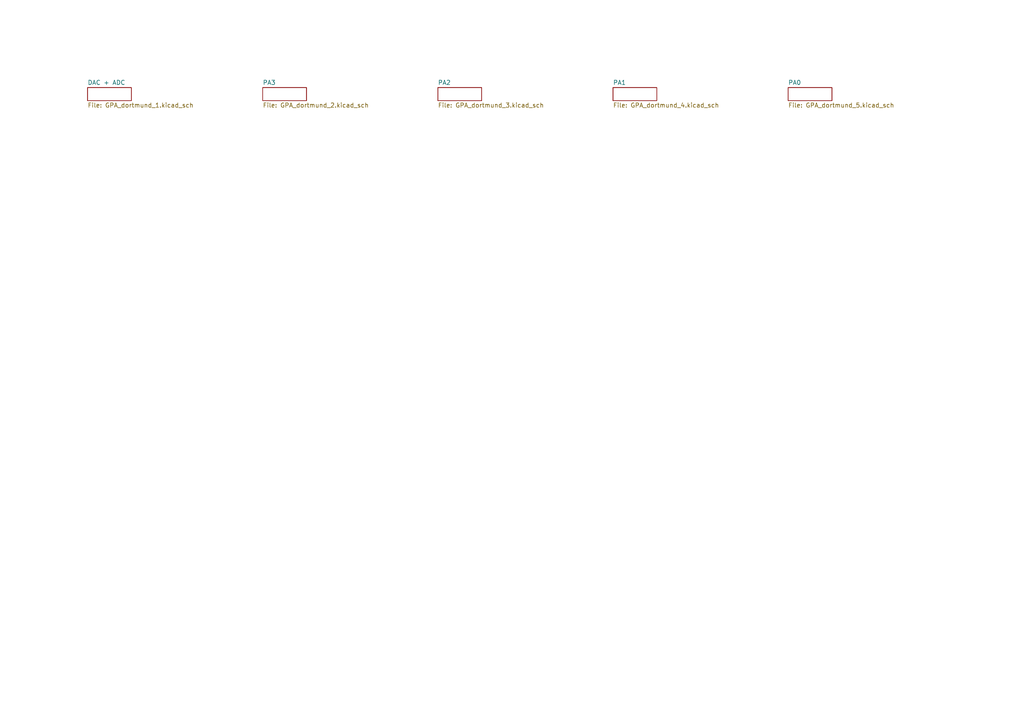
<source format=kicad_sch>
(kicad_sch (version 20211123) (generator eeschema)

  (uuid 27d56953-c620-4d5b-9c1c-e48bc3d9684a)

  (paper "A4")

  (lib_symbols
  )


  (sheet (at 25.4 25.4) (size 12.7 3.81) (fields_autoplaced)
    (stroke (width 0) (type solid) (color 0 0 0 0))
    (fill (color 0 0 0 0.0000))
    (uuid 00000000-0000-0000-0000-000061ab9a1e)
    (property "Sheet name" "DAC + ADC" (id 0) (at 25.4 24.6884 0)
      (effects (font (size 1.27 1.27)) (justify left bottom))
    )
    (property "Sheet file" "GPA_dortmund_1.kicad_sch" (id 1) (at 25.4 29.7946 0)
      (effects (font (size 1.27 1.27)) (justify left top))
    )
  )

  (sheet (at 76.2 25.4) (size 12.7 3.81) (fields_autoplaced)
    (stroke (width 0) (type solid) (color 0 0 0 0))
    (fill (color 0 0 0 0.0000))
    (uuid 00000000-0000-0000-0000-000061ab9cef)
    (property "Sheet name" "PA3" (id 0) (at 76.2 24.6884 0)
      (effects (font (size 1.27 1.27)) (justify left bottom))
    )
    (property "Sheet file" "GPA_dortmund_2.kicad_sch" (id 1) (at 76.2 29.7946 0)
      (effects (font (size 1.27 1.27)) (justify left top))
    )
  )

  (sheet (at 127 25.4) (size 12.7 3.81) (fields_autoplaced)
    (stroke (width 0) (type solid) (color 0 0 0 0))
    (fill (color 0 0 0 0.0000))
    (uuid 00000000-0000-0000-0000-000061ab9ea3)
    (property "Sheet name" "PA2" (id 0) (at 127 24.6884 0)
      (effects (font (size 1.27 1.27)) (justify left bottom))
    )
    (property "Sheet file" "GPA_dortmund_3.kicad_sch" (id 1) (at 127 29.7946 0)
      (effects (font (size 1.27 1.27)) (justify left top))
    )
  )

  (sheet (at 177.8 25.4) (size 12.7 3.81) (fields_autoplaced)
    (stroke (width 0) (type solid) (color 0 0 0 0))
    (fill (color 0 0 0 0.0000))
    (uuid 00000000-0000-0000-0000-000061aba057)
    (property "Sheet name" "PA1" (id 0) (at 177.8 24.6884 0)
      (effects (font (size 1.27 1.27)) (justify left bottom))
    )
    (property "Sheet file" "GPA_dortmund_4.kicad_sch" (id 1) (at 177.8 29.7946 0)
      (effects (font (size 1.27 1.27)) (justify left top))
    )
  )

  (sheet (at 228.6 25.4) (size 12.7 3.81) (fields_autoplaced)
    (stroke (width 0) (type solid) (color 0 0 0 0))
    (fill (color 0 0 0 0.0000))
    (uuid 00000000-0000-0000-0000-000061aba20b)
    (property "Sheet name" "PA0" (id 0) (at 228.6 24.6884 0)
      (effects (font (size 1.27 1.27)) (justify left bottom))
    )
    (property "Sheet file" "GPA_dortmund_5.kicad_sch" (id 1) (at 228.6 29.7946 0)
      (effects (font (size 1.27 1.27)) (justify left top))
    )
  )

  (sheet_instances
    (path "/" (page "1"))
    (path "/00000000-0000-0000-0000-000061ab9a1e" (page "2"))
    (path "/00000000-0000-0000-0000-000061ab9cef" (page "3"))
    (path "/00000000-0000-0000-0000-000061ab9ea3" (page "4"))
    (path "/00000000-0000-0000-0000-000061aba057" (page "5"))
    (path "/00000000-0000-0000-0000-000061aba20b" (page "6"))
  )

  (symbol_instances
    (path "/00000000-0000-0000-0000-000061ab9a1e/00000000-0000-0000-0000-000061de26b7"
      (reference "#FLG0101") (unit 1) (value "PWR_FLAG") (footprint "")
    )
    (path "/00000000-0000-0000-0000-000061ab9a1e/00000000-0000-0000-0000-000061baf46c"
      (reference "#FLG0102") (unit 1) (value "PWR_FLAG") (footprint "")
    )
    (path "/00000000-0000-0000-0000-000061ab9a1e/00000000-0000-0000-0000-000061c2d75b"
      (reference "#FLG0103") (unit 1) (value "PWR_FLAG") (footprint "")
    )
    (path "/00000000-0000-0000-0000-000061ab9a1e/00000000-0000-0000-0000-000061cdc7f3"
      (reference "#FLG0104") (unit 1) (value "PWR_FLAG") (footprint "")
    )
    (path "/00000000-0000-0000-0000-000061ab9a1e/00000000-0000-0000-0000-000061c34a9a"
      (reference "#PWR0101") (unit 1) (value "GND") (footprint "")
    )
    (path "/00000000-0000-0000-0000-000061ab9a1e/00000000-0000-0000-0000-000061c440c8"
      (reference "#PWR0102") (unit 1) (value "GND") (footprint "")
    )
    (path "/00000000-0000-0000-0000-000061ab9a1e/6e2b4596-7fba-4efa-8613-e91b14af5dd1"
      (reference "#PWR0103") (unit 1) (value "+12V") (footprint "")
    )
    (path "/00000000-0000-0000-0000-000061ab9a1e/00000000-0000-0000-0000-000061c8058a"
      (reference "#PWR0104") (unit 1) (value "GND") (footprint "")
    )
    (path "/00000000-0000-0000-0000-000061ab9a1e/00000000-0000-0000-0000-000061cbb9e8"
      (reference "#PWR0105") (unit 1) (value "GND") (footprint "")
    )
    (path "/00000000-0000-0000-0000-000061ab9a1e/00000000-0000-0000-0000-000061cd90c0"
      (reference "#PWR0106") (unit 1) (value "GND") (footprint "")
    )
    (path "/00000000-0000-0000-0000-000061ab9a1e/00000000-0000-0000-0000-000061d31269"
      (reference "#PWR0107") (unit 1) (value "GND") (footprint "")
    )
    (path "/00000000-0000-0000-0000-000061ab9a1e/00000000-0000-0000-0000-000061d3ff9d"
      (reference "#PWR0108") (unit 1) (value "GND") (footprint "")
    )
    (path "/00000000-0000-0000-0000-000061ab9a1e/00000000-0000-0000-0000-000061d4ec12"
      (reference "#PWR0109") (unit 1) (value "GND") (footprint "")
    )
    (path "/00000000-0000-0000-0000-000061ab9a1e/00000000-0000-0000-0000-000061d5d7cb"
      (reference "#PWR0110") (unit 1) (value "GND") (footprint "")
    )
    (path "/00000000-0000-0000-0000-000061ab9a1e/00000000-0000-0000-0000-000061d6c3cd"
      (reference "#PWR0111") (unit 1) (value "GND") (footprint "")
    )
    (path "/00000000-0000-0000-0000-000061ab9a1e/00000000-0000-0000-0000-000061d7b7e4"
      (reference "#PWR0112") (unit 1) (value "GND") (footprint "")
    )
    (path "/00000000-0000-0000-0000-000061ab9a1e/00000000-0000-0000-0000-000061da9706"
      (reference "#PWR0113") (unit 1) (value "GND") (footprint "")
    )
    (path "/00000000-0000-0000-0000-000061ab9a1e/00000000-0000-0000-0000-000061dc7fb7"
      (reference "#PWR0114") (unit 1) (value "GND") (footprint "")
    )
    (path "/00000000-0000-0000-0000-000061ab9a1e/00000000-0000-0000-0000-000061de6859"
      (reference "#PWR0115") (unit 1) (value "GND") (footprint "")
    )
    (path "/00000000-0000-0000-0000-000061ab9a1e/00000000-0000-0000-0000-000061e050f4"
      (reference "#PWR0116") (unit 1) (value "GND") (footprint "")
    )
    (path "/00000000-0000-0000-0000-000061ab9a1e/f80bacad-875f-4089-a42d-337a48a28a5c"
      (reference "#PWR0117") (unit 1) (value "GND") (footprint "")
    )
    (path "/00000000-0000-0000-0000-000061ab9a1e/00000000-0000-0000-0000-000061e422dd"
      (reference "#PWR0118") (unit 1) (value "GND") (footprint "")
    )
    (path "/00000000-0000-0000-0000-000061ab9a1e/00000000-0000-0000-0000-000061e6100f"
      (reference "#PWR0119") (unit 1) (value "GND") (footprint "")
    )
    (path "/00000000-0000-0000-0000-000061ab9a1e/00000000-0000-0000-0000-000061e8fb20"
      (reference "#PWR0120") (unit 1) (value "+12V") (footprint "")
    )
    (path "/00000000-0000-0000-0000-000061ab9a1e/00000000-0000-0000-0000-000061ebefc0"
      (reference "#PWR0121") (unit 1) (value "+12V") (footprint "")
    )
    (path "/00000000-0000-0000-0000-000061ab9a1e/daed5d14-848b-4ddd-9cfa-ed45bf6646ff"
      (reference "#PWR0122") (unit 1) (value "GND") (footprint "")
    )
    (path "/00000000-0000-0000-0000-000061ab9cef/00000000-0000-0000-0000-000061bc4ec3"
      (reference "#PWR0123") (unit 1) (value "GND") (footprint "")
    )
    (path "/00000000-0000-0000-0000-000061ab9cef/00000000-0000-0000-0000-000061bce2b2"
      (reference "#PWR0124") (unit 1) (value "GND") (footprint "")
    )
    (path "/00000000-0000-0000-0000-000061ab9cef/00000000-0000-0000-0000-000061bd761a"
      (reference "#PWR0125") (unit 1) (value "GND") (footprint "")
    )
    (path "/00000000-0000-0000-0000-000061ab9cef/00000000-0000-0000-0000-000061be098e"
      (reference "#PWR0126") (unit 1) (value "GND") (footprint "")
    )
    (path "/00000000-0000-0000-0000-000061ab9cef/00000000-0000-0000-0000-000061be9c7d"
      (reference "#PWR0127") (unit 1) (value "GND") (footprint "")
    )
    (path "/00000000-0000-0000-0000-000061aba20b/00000000-0000-0000-0000-000061d3a0fd"
      (reference "#PWR0128") (unit 1) (value "GND") (footprint "")
    )
    (path "/00000000-0000-0000-0000-000061aba20b/00000000-0000-0000-0000-000061d3aa69"
      (reference "#PWR0129") (unit 1) (value "GND") (footprint "")
    )
    (path "/00000000-0000-0000-0000-000061aba20b/00000000-0000-0000-0000-000061d44618"
      (reference "#PWR0130") (unit 1) (value "GND") (footprint "")
    )
    (path "/00000000-0000-0000-0000-000061aba20b/00000000-0000-0000-0000-000061d4defa"
      (reference "#PWR0131") (unit 1) (value "GND") (footprint "")
    )
    (path "/00000000-0000-0000-0000-000061aba20b/00000000-0000-0000-0000-000061d578af"
      (reference "#PWR0132") (unit 1) (value "GND") (footprint "")
    )
    (path "/00000000-0000-0000-0000-000061aba20b/00000000-0000-0000-0000-000061d6acec"
      (reference "#PWR0133") (unit 1) (value "+12V") (footprint "")
    )
    (path "/00000000-0000-0000-0000-000061aba057/00000000-0000-0000-0000-000061d7a99b"
      (reference "#PWR0134") (unit 1) (value "GND") (footprint "")
    )
    (path "/00000000-0000-0000-0000-000061aba057/00000000-0000-0000-0000-000061d7f71b"
      (reference "#PWR0135") (unit 1) (value "GND") (footprint "")
    )
    (path "/00000000-0000-0000-0000-000061aba057/00000000-0000-0000-0000-000061d890eb"
      (reference "#PWR0136") (unit 1) (value "GND") (footprint "")
    )
    (path "/00000000-0000-0000-0000-000061aba057/00000000-0000-0000-0000-000061d97556"
      (reference "#PWR0137") (unit 1) (value "GND") (footprint "")
    )
    (path "/00000000-0000-0000-0000-000061aba057/00000000-0000-0000-0000-000061d9c3be"
      (reference "#PWR0138") (unit 1) (value "GND") (footprint "")
    )
    (path "/00000000-0000-0000-0000-000061ab9ea3/00000000-0000-0000-0000-000061dac81d"
      (reference "#PWR0139") (unit 1) (value "GND") (footprint "")
    )
    (path "/00000000-0000-0000-0000-000061ab9ea3/00000000-0000-0000-0000-000061db1654"
      (reference "#PWR0140") (unit 1) (value "GND") (footprint "")
    )
    (path "/00000000-0000-0000-0000-000061ab9ea3/00000000-0000-0000-0000-000061dbb00e"
      (reference "#PWR0141") (unit 1) (value "GND") (footprint "")
    )
    (path "/00000000-0000-0000-0000-000061ab9ea3/00000000-0000-0000-0000-000061dbfd31"
      (reference "#PWR0142") (unit 1) (value "GND") (footprint "")
    )
    (path "/00000000-0000-0000-0000-000061ab9ea3/00000000-0000-0000-0000-000061dc4b54"
      (reference "#PWR0143") (unit 1) (value "GND") (footprint "")
    )
    (path "/00000000-0000-0000-0000-000061ab9ea3/00000000-0000-0000-0000-000061dc9e6e"
      (reference "#PWR0144") (unit 1) (value "+12V") (footprint "")
    )
    (path "/00000000-0000-0000-0000-000061ab9a1e/00000000-0000-0000-0000-000061de10f7"
      (reference "#PWR0145") (unit 1) (value "GND2") (footprint "")
    )
    (path "/00000000-0000-0000-0000-000061ab9cef/00000000-0000-0000-0000-000061c7d84c"
      (reference "#PWR0146") (unit 1) (value "+12V") (footprint "")
    )
    (path "/00000000-0000-0000-0000-000061aba057/00000000-0000-0000-0000-000061c851e4"
      (reference "#PWR0147") (unit 1) (value "+12V") (footprint "")
    )
    (path "/00000000-0000-0000-0000-000061ab9a1e/d7068e86-6312-4342-aa63-c1b7ad68015f"
      (reference "#PWR0148") (unit 1) (value "GND") (footprint "")
    )
    (path "/00000000-0000-0000-0000-000061ab9a1e/3fdafad0-ea80-4ead-b61d-e77e480a5561"
      (reference "#PWR0149") (unit 1) (value "+12V") (footprint "")
    )
    (path "/00000000-0000-0000-0000-000061ab9a1e/c3701334-af7a-4b80-a2c8-056c9ed7668a"
      (reference "#PWR0150") (unit 1) (value "GND") (footprint "")
    )
    (path "/00000000-0000-0000-0000-000061ab9a1e/00000000-0000-0000-0000-00006868c27d"
      (reference "C1") (unit 1) (value "1nF") (footprint "GPA_dortmund:C0805")
    )
    (path "/00000000-0000-0000-0000-000061ab9a1e/00000000-0000-0000-0000-00000cec70cd"
      (reference "C2") (unit 1) (value "1nF") (footprint "GPA_dortmund:C0805")
    )
    (path "/00000000-0000-0000-0000-000061ab9a1e/00000000-0000-0000-0000-00004c56f9d5"
      (reference "C3") (unit 1) (value "1nF") (footprint "GPA_dortmund:C0805")
    )
    (path "/00000000-0000-0000-0000-000061ab9a1e/00000000-0000-0000-0000-0000674c1b16"
      (reference "C4") (unit 1) (value "1uF") (footprint "GPA_dortmund:C0805")
    )
    (path "/00000000-0000-0000-0000-000061ab9a1e/00000000-0000-0000-0000-0000a35c59bc"
      (reference "C5") (unit 1) (value "10uF") (footprint "GPA_dortmund:153CLV-1010")
    )
    (path "/00000000-0000-0000-0000-000061ab9a1e/00000000-0000-0000-0000-00000cfd014e"
      (reference "C6") (unit 1) (value "10uF") (footprint "GPA_dortmund:153CLV-1010")
    )
    (path "/00000000-0000-0000-0000-000061ab9a1e/00000000-0000-0000-0000-000049f108fa"
      (reference "C7") (unit 1) (value "10uF") (footprint "GPA_dortmund:153CLV-1010")
    )
    (path "/00000000-0000-0000-0000-000061ab9a1e/00000000-0000-0000-0000-0000c35d9c21"
      (reference "C8") (unit 1) (value "1uF") (footprint "GPA_dortmund:C0805")
    )
    (path "/00000000-0000-0000-0000-000061ab9a1e/00000000-0000-0000-0000-00009153fa9e"
      (reference "C9") (unit 1) (value "1uF") (footprint "GPA_dortmund:C0805")
    )
    (path "/00000000-0000-0000-0000-000061ab9a1e/00000000-0000-0000-0000-0000e6471815"
      (reference "C10") (unit 1) (value "C-EUC0805") (footprint "GPA_dortmund:C0805")
    )
    (path "/00000000-0000-0000-0000-000061ab9a1e/865a9162-726f-4a41-97ff-300c179f138e"
      (reference "C11") (unit 1) (value "C-EUC0805") (footprint "GPA_dortmund:C0805")
    )
    (path "/00000000-0000-0000-0000-000061ab9a1e/3b60d994-8a0c-45e4-ac60-1eb49ae51887"
      (reference "C12") (unit 1) (value "C-EUC0805") (footprint "GPA_dortmund:C0805")
    )
    (path "/00000000-0000-0000-0000-000061ab9a1e/00000000-0000-0000-0000-0000ce46cd9a"
      (reference "C17") (unit 1) (value "C-EUC0805") (footprint "GPA_dortmund:C0805")
    )
    (path "/00000000-0000-0000-0000-000061ab9a1e/00000000-0000-0000-0000-000015f8a7ba"
      (reference "C18") (unit 1) (value "C-EUC0805") (footprint "GPA_dortmund:C0805")
    )
    (path "/00000000-0000-0000-0000-000061ab9a1e/00000000-0000-0000-0000-000093fc45df"
      (reference "C19") (unit 1) (value "100nF") (footprint "GPA_dortmund:C0805")
    )
    (path "/00000000-0000-0000-0000-000061ab9a1e/00000000-0000-0000-0000-0000f44913ed"
      (reference "C20") (unit 1) (value "4,7uF/50V") (footprint "GPA_dortmund:CAPT6032N-L")
    )
    (path "/00000000-0000-0000-0000-000061ab9a1e/00000000-0000-0000-0000-0000a03cf4b5"
      (reference "C21") (unit 1) (value "1uF") (footprint "GPA_dortmund:C0805")
    )
    (path "/00000000-0000-0000-0000-000061ab9a1e/00000000-0000-0000-0000-000085440648"
      (reference "C22") (unit 1) (value "4,7uF/50V") (footprint "GPA_dortmund:CAPT6032N-L")
    )
    (path "/00000000-0000-0000-0000-000061ab9a1e/00000000-0000-0000-0000-0000b6b21953"
      (reference "C23") (unit 1) (value "22uF/10V") (footprint "GPA_dortmund:CAPT6032N-L")
    )
    (path "/00000000-0000-0000-0000-000061ab9a1e/00000000-0000-0000-0000-00005a0a058d"
      (reference "C24") (unit 1) (value "C-EUC0805") (footprint "GPA_dortmund:C0805")
    )
    (path "/00000000-0000-0000-0000-000061ab9a1e/00000000-0000-0000-0000-00007205dfeb"
      (reference "C25") (unit 1) (value "10uF") (footprint "GPA_dortmund:C0805")
    )
    (path "/00000000-0000-0000-0000-000061ab9a1e/00000000-0000-0000-0000-000023f321d9"
      (reference "C26") (unit 1) (value "1uF") (footprint "GPA_dortmund:C0805")
    )
    (path "/00000000-0000-0000-0000-000061ab9a1e/00000000-0000-0000-0000-0000e408d1c4"
      (reference "C27") (unit 1) (value "1uF") (footprint "GPA_dortmund:C0805")
    )
    (path "/00000000-0000-0000-0000-000061ab9a1e/00000000-0000-0000-0000-0000ab97cb13"
      (reference "C28") (unit 1) (value "100nF") (footprint "GPA_dortmund:C0805")
    )
    (path "/00000000-0000-0000-0000-000061ab9a1e/00000000-0000-0000-0000-0000356c4714"
      (reference "C30") (unit 1) (value "22uF") (footprint "GPA_dortmund:CAPT6032N-L")
    )
    (path "/00000000-0000-0000-0000-000061ab9a1e/00000000-0000-0000-0000-000007ace071"
      (reference "C31") (unit 1) (value "100nF") (footprint "GPA_dortmund:C0805")
    )
    (path "/00000000-0000-0000-0000-000061ab9a1e/00000000-0000-0000-0000-0000f6ba9c03"
      (reference "C32") (unit 1) (value "100nF") (footprint "GPA_dortmund:C0805")
    )
    (path "/00000000-0000-0000-0000-000061ab9ea3/00000000-0000-0000-0000-0000aab53924"
      (reference "C33") (unit 1) (value "1nF") (footprint "GPA_dortmund:C0805")
    )
    (path "/00000000-0000-0000-0000-000061ab9ea3/00000000-0000-0000-0000-00003f77b3b9"
      (reference "C34") (unit 1) (value "1nF") (footprint "GPA_dortmund:C0805")
    )
    (path "/00000000-0000-0000-0000-000061ab9ea3/00000000-0000-0000-0000-0000504c3dcf"
      (reference "C35") (unit 1) (value "1nF") (footprint "GPA_dortmund:C0805")
    )
    (path "/00000000-0000-0000-0000-000061ab9ea3/00000000-0000-0000-0000-00009830d053"
      (reference "C36") (unit 1) (value "1uF") (footprint "GPA_dortmund:C0805")
    )
    (path "/00000000-0000-0000-0000-000061ab9ea3/00000000-0000-0000-0000-0000cf07b5f6"
      (reference "C37") (unit 1) (value "10uF") (footprint "Capacitor_SMD:C_1210_3225Metric_Pad1.33x2.70mm_HandSolder")
    )
    (path "/00000000-0000-0000-0000-000061ab9ea3/00000000-0000-0000-0000-00005c8ef826"
      (reference "C38") (unit 1) (value "10uF") (footprint "Capacitor_SMD:C_1210_3225Metric_Pad1.33x2.70mm_HandSolder")
    )
    (path "/00000000-0000-0000-0000-000061ab9ea3/00000000-0000-0000-0000-0000054f4ee1"
      (reference "C39") (unit 1) (value "1uF") (footprint "GPA_dortmund:C0805")
    )
    (path "/00000000-0000-0000-0000-000061ab9ea3/00000000-0000-0000-0000-0000ee63e1ac"
      (reference "C40") (unit 1) (value "10uF") (footprint "Capacitor_SMD:C_1210_3225Metric_Pad1.33x2.70mm_HandSolder")
    )
    (path "/00000000-0000-0000-0000-000061ab9ea3/00000000-0000-0000-0000-0000f03766ed"
      (reference "C41") (unit 1) (value "10uF") (footprint "Capacitor_SMD:C_1210_3225Metric_Pad1.33x2.70mm_HandSolder")
    )
    (path "/00000000-0000-0000-0000-000061ab9ea3/00000000-0000-0000-0000-0000cb16010a"
      (reference "C42") (unit 1) (value "C-EUC0805") (footprint "GPA_dortmund:C0805")
    )
    (path "/00000000-0000-0000-0000-000061ab9cef/00000000-0000-0000-0000-000083028977"
      (reference "C43") (unit 1) (value "1nF") (footprint "GPA_dortmund:C0805")
    )
    (path "/00000000-0000-0000-0000-000061ab9cef/00000000-0000-0000-0000-000022e3a59c"
      (reference "C44") (unit 1) (value "1nF") (footprint "GPA_dortmund:C0805")
    )
    (path "/00000000-0000-0000-0000-000061ab9cef/00000000-0000-0000-0000-000053f833b2"
      (reference "C45") (unit 1) (value "1nF") (footprint "GPA_dortmund:C0805")
    )
    (path "/00000000-0000-0000-0000-000061ab9cef/00000000-0000-0000-0000-00006bd74788"
      (reference "C46") (unit 1) (value "1uF") (footprint "GPA_dortmund:C0805")
    )
    (path "/00000000-0000-0000-0000-000061ab9cef/00000000-0000-0000-0000-0000d660c55a"
      (reference "C47") (unit 1) (value "10uF") (footprint "Capacitor_SMD:C_1210_3225Metric_Pad1.33x2.70mm_HandSolder")
    )
    (path "/00000000-0000-0000-0000-000061ab9cef/00000000-0000-0000-0000-00006574af54"
      (reference "C48") (unit 1) (value "10uF") (footprint "Capacitor_SMD:C_1210_3225Metric_Pad1.33x2.70mm_HandSolder")
    )
    (path "/00000000-0000-0000-0000-000061ab9cef/00000000-0000-0000-0000-0000f793aec4"
      (reference "C49") (unit 1) (value "1uF") (footprint "GPA_dortmund:C0805")
    )
    (path "/00000000-0000-0000-0000-000061ab9cef/00000000-0000-0000-0000-00009659a8ec"
      (reference "C50") (unit 1) (value "10uF") (footprint "Capacitor_SMD:C_1210_3225Metric_Pad1.33x2.70mm_HandSolder")
    )
    (path "/00000000-0000-0000-0000-000061ab9cef/00000000-0000-0000-0000-0000986d593f"
      (reference "C51") (unit 1) (value "10uF") (footprint "Capacitor_SMD:C_1210_3225Metric_Pad1.33x2.70mm_HandSolder")
    )
    (path "/00000000-0000-0000-0000-000061ab9cef/00000000-0000-0000-0000-0000cf7df721"
      (reference "C52") (unit 1) (value "C-EUC0805") (footprint "GPA_dortmund:C0805")
    )
    (path "/00000000-0000-0000-0000-000061aba057/00000000-0000-0000-0000-00004e6e6d0c"
      (reference "C63") (unit 1) (value "1nF") (footprint "GPA_dortmund:C0805")
    )
    (path "/00000000-0000-0000-0000-000061aba057/00000000-0000-0000-0000-000014e936d1"
      (reference "C64") (unit 1) (value "1nF") (footprint "GPA_dortmund:C0805")
    )
    (path "/00000000-0000-0000-0000-000061aba057/00000000-0000-0000-0000-000045fea43b"
      (reference "C65") (unit 1) (value "1nF") (footprint "GPA_dortmund:C0805")
    )
    (path "/00000000-0000-0000-0000-000061aba057/00000000-0000-0000-0000-00009a5cf1f0"
      (reference "C66") (unit 1) (value "1uF") (footprint "GPA_dortmund:C0805")
    )
    (path "/00000000-0000-0000-0000-000061aba057/00000000-0000-0000-0000-0000cd6aee21"
      (reference "C67") (unit 1) (value "10uF") (footprint "Capacitor_SMD:C_1210_3225Metric_Pad1.33x2.70mm_HandSolder")
    )
    (path "/00000000-0000-0000-0000-000061aba057/00000000-0000-0000-0000-0000071326b9"
      (reference "C68") (unit 1) (value "10uF") (footprint "Capacitor_SMD:C_1210_3225Metric_Pad1.33x2.70mm_HandSolder")
    )
    (path "/00000000-0000-0000-0000-000061aba057/00000000-0000-0000-0000-0000d15bb6c1"
      (reference "C69") (unit 1) (value "1uF") (footprint "GPA_dortmund:C0805")
    )
    (path "/00000000-0000-0000-0000-000061aba057/00000000-0000-0000-0000-0000b1f40be7"
      (reference "C70") (unit 1) (value "10uF") (footprint "Capacitor_SMD:C_1210_3225Metric_Pad1.33x2.70mm_HandSolder")
    )
    (path "/00000000-0000-0000-0000-000061aba057/00000000-0000-0000-0000-0000e0e23889"
      (reference "C71") (unit 1) (value "10uF") (footprint "Capacitor_SMD:C_1210_3225Metric_Pad1.33x2.70mm_HandSolder")
    )
    (path "/00000000-0000-0000-0000-000061aba057/00000000-0000-0000-0000-00003bdceb75"
      (reference "C72") (unit 1) (value "C-EUC0805") (footprint "GPA_dortmund:C0805")
    )
    (path "/00000000-0000-0000-0000-000061aba20b/00000000-0000-0000-0000-0000628cc616"
      (reference "C83") (unit 1) (value "1nF") (footprint "GPA_dortmund:C0805")
    )
    (path "/00000000-0000-0000-0000-000061aba20b/00000000-0000-0000-0000-000086b4ea67"
      (reference "C84") (unit 1) (value "1nF") (footprint "GPA_dortmund:C0805")
    )
    (path "/00000000-0000-0000-0000-000061aba20b/00000000-0000-0000-0000-0000a2c0e8f9"
      (reference "C85") (unit 1) (value "1nF") (footprint "GPA_dortmund:C0805")
    )
    (path "/00000000-0000-0000-0000-000061aba20b/00000000-0000-0000-0000-00006a4953ee"
      (reference "C86") (unit 1) (value "1uF") (footprint "GPA_dortmund:C0805")
    )
    (path "/00000000-0000-0000-0000-000061aba20b/00000000-0000-0000-0000-000030049de3"
      (reference "C87") (unit 1) (value "10uF") (footprint "Capacitor_SMD:C_1210_3225Metric_Pad1.33x2.70mm_HandSolder")
    )
    (path "/00000000-0000-0000-0000-000061aba20b/00000000-0000-0000-0000-00008b9c5828"
      (reference "C88") (unit 1) (value "10uF") (footprint "Capacitor_SMD:C_1210_3225Metric_Pad1.33x2.70mm_HandSolder")
    )
    (path "/00000000-0000-0000-0000-000061aba20b/00000000-0000-0000-0000-000095bd9754"
      (reference "C89") (unit 1) (value "1uF") (footprint "GPA_dortmund:C0805")
    )
    (path "/00000000-0000-0000-0000-000061aba20b/00000000-0000-0000-0000-00006358782e"
      (reference "C90") (unit 1) (value "10uF") (footprint "Capacitor_SMD:C_1210_3225Metric_Pad1.33x2.70mm_HandSolder")
    )
    (path "/00000000-0000-0000-0000-000061aba20b/00000000-0000-0000-0000-0000d5a18e50"
      (reference "C91") (unit 1) (value "10uF") (footprint "Capacitor_SMD:C_1210_3225Metric_Pad1.33x2.70mm_HandSolder")
    )
    (path "/00000000-0000-0000-0000-000061aba20b/00000000-0000-0000-0000-00002e83de4f"
      (reference "C92") (unit 1) (value "C-EUC0805") (footprint "GPA_dortmund:C0805")
    )
    (path "/00000000-0000-0000-0000-000061ab9a1e/f3120528-fc2d-4187-88d0-3446f8aede76"
      (reference "FB1") (unit 1) (value "FerriteBead") (footprint "Inductor_SMD:L_0805_2012Metric_Pad1.15x1.40mm_HandSolder")
    )
    (path "/00000000-0000-0000-0000-000061ab9a1e/b1853ee1-af2e-49ab-93e4-e29b2d9f793d"
      (reference "FB2") (unit 1) (value "FerriteBead") (footprint "Inductor_SMD:L_0805_2012Metric_Pad1.15x1.40mm_HandSolder")
    )
    (path "/00000000-0000-0000-0000-000061ab9a1e/3326710d-69e9-4099-a97d-86d21f9b321f"
      (reference "J1") (unit 1) (value "pwr led") (footprint "Connector_PinHeader_2.54mm:PinHeader_1x02_P2.54mm_Vertical")
    )
    (path "/00000000-0000-0000-0000-000061ab9a1e/daa01ba7-0252-4b4d-82ff-d5eaf982b932"
      (reference "J2") (unit 1) (value "fan") (footprint "Connector_PinHeader_2.54mm:PinHeader_1x02_P2.54mm_Vertical")
    )
    (path "/00000000-0000-0000-0000-000061ab9cef/54c69e96-cd8e-4f77-9931-65cd10b5542a"
      (reference "JP1") (unit 1) (value "SolderJumper_2_Open") (footprint "Jumper:SolderJumper-2_P1.3mm_Open_RoundedPad1.0x1.5mm")
    )
    (path "/00000000-0000-0000-0000-000061ab9ea3/eec1faa5-ed2b-41bc-ac34-f37c6dc656cb"
      (reference "JP2") (unit 1) (value "SolderJumper_2_Open") (footprint "Jumper:SolderJumper-2_P1.3mm_Open_RoundedPad1.0x1.5mm")
    )
    (path "/00000000-0000-0000-0000-000061aba057/2953456e-28b9-4bdd-aed6-43d7e5afea9d"
      (reference "JP3") (unit 1) (value "SolderJumper_2_Open") (footprint "Jumper:SolderJumper-2_P1.3mm_Open_RoundedPad1.0x1.5mm")
    )
    (path "/00000000-0000-0000-0000-000061aba20b/4ddb00f8-ecc4-4737-b280-80154d5ee2e0"
      (reference "JP4") (unit 1) (value "SolderJumper_2_Open") (footprint "Jumper:SolderJumper-2_P1.3mm_Open_RoundedPad1.0x1.5mm")
    )
    (path "/00000000-0000-0000-0000-000061ab9a1e/00000000-0000-0000-0000-00007dc8c285"
      (reference "LED1") (unit 1) (value "LEDSMT1206") (footprint "GPA_dortmund:1206")
    )
    (path "/00000000-0000-0000-0000-000061ab9a1e/00000000-0000-0000-0000-0000cc2303f6"
      (reference "R1") (unit 1) (value "20") (footprint "GPA_dortmund:M0805")
    )
    (path "/00000000-0000-0000-0000-000061ab9a1e/00000000-0000-0000-0000-00000f3c4881"
      (reference "R2") (unit 1) (value "10K") (footprint "GPA_dortmund:R0805")
    )
    (path "/00000000-0000-0000-0000-000061ab9a1e/00000000-0000-0000-0000-00002a684572"
      (reference "R3") (unit 1) (value "10K") (footprint "GPA_dortmund:R0805")
    )
    (path "/00000000-0000-0000-0000-000061ab9a1e/00000000-0000-0000-0000-00006cc32940"
      (reference "R15") (unit 1) (value "10K") (footprint "GPA_dortmund:R0805")
    )
    (path "/00000000-0000-0000-0000-000061ab9a1e/00000000-0000-0000-0000-000017b3d618"
      (reference "R16") (unit 1) (value "10K") (footprint "GPA_dortmund:R0805")
    )
    (path "/00000000-0000-0000-0000-000061ab9a1e/00000000-0000-0000-0000-00003fdbbfd1"
      (reference "R17") (unit 1) (value "20") (footprint "GPA_dortmund:M0805")
    )
    (path "/00000000-0000-0000-0000-000061ab9a1e/00000000-0000-0000-0000-0000368e8eaa"
      (reference "R18") (unit 1) (value "300") (footprint "GPA_dortmund:R0805")
    )
    (path "/00000000-0000-0000-0000-000061ab9a1e/00000000-0000-0000-0000-0000f99e3274"
      (reference "R20") (unit 1) (value "20") (footprint "GPA_dortmund:M0805")
    )
    (path "/00000000-0000-0000-0000-000061ab9a1e/00000000-0000-0000-0000-00009e3b34ad"
      (reference "R21") (unit 1) (value "20") (footprint "GPA_dortmund:M0805")
    )
    (path "/00000000-0000-0000-0000-000061ab9ea3/00000000-0000-0000-0000-00002694f2df"
      (reference "R22") (unit 1) (value "10K") (footprint "GPA_dortmund:R0805")
    )
    (path "/00000000-0000-0000-0000-000061ab9ea3/00000000-0000-0000-0000-00002da844de"
      (reference "R23") (unit 1) (value "1K") (footprint "GPA_dortmund:R0805")
    )
    (path "/00000000-0000-0000-0000-000061ab9ea3/00000000-0000-0000-0000-0000f0c09788"
      (reference "R24") (unit 1) (value "10K") (footprint "GPA_dortmund:R0805")
    )
    (path "/00000000-0000-0000-0000-000061ab9ea3/00000000-0000-0000-0000-0000bebc8c1a"
      (reference "R25") (unit 1) (value "1K") (footprint "GPA_dortmund:R0805")
    )
    (path "/00000000-0000-0000-0000-000061ab9ea3/00000000-0000-0000-0000-0000d975fb52"
      (reference "R26") (unit 1) (value "10K") (footprint "GPA_dortmund:R0805")
    )
    (path "/00000000-0000-0000-0000-000061ab9ea3/00000000-0000-0000-0000-0000d54f13e9"
      (reference "R27") (unit 1) (value "10K") (footprint "GPA_dortmund:M0805")
    )
    (path "/00000000-0000-0000-0000-000061ab9ea3/00000000-0000-0000-0000-000029f9bcc2"
      (reference "R28") (unit 1) (value "10K") (footprint "GPA_dortmund:R0805")
    )
    (path "/00000000-0000-0000-0000-000061ab9ea3/00000000-0000-0000-0000-0000437cf36c"
      (reference "R29") (unit 1) (value "10K") (footprint "GPA_dortmund:R0805")
    )
    (path "/00000000-0000-0000-0000-000061ab9ea3/00000000-0000-0000-0000-00002e51f248"
      (reference "R30") (unit 1) (value "10K") (footprint "GPA_dortmund:R0805")
    )
    (path "/00000000-0000-0000-0000-000061ab9ea3/00000000-0000-0000-0000-00007d6674f8"
      (reference "R31") (unit 1) (value "2K") (footprint "GPA_dortmund:R0805")
    )
    (path "/00000000-0000-0000-0000-000061ab9ea3/00000000-0000-0000-0000-000042b1d1c1"
      (reference "R32") (unit 1) (value "2K") (footprint "GPA_dortmund:R0805")
    )
    (path "/00000000-0000-0000-0000-000061ab9ea3/00000000-0000-0000-0000-0000ba402b21"
      (reference "R33") (unit 1) (value "2K") (footprint "GPA_dortmund:R0805")
    )
    (path "/00000000-0000-0000-0000-000061ab9ea3/00000000-0000-0000-0000-0000501d9429"
      (reference "R34") (unit 1) (value "2K") (footprint "GPA_dortmund:R0805")
    )
    (path "/00000000-0000-0000-0000-000061ab9ea3/00000000-0000-0000-0000-000006aef954"
      (reference "R35") (unit 1) (value "200m 25W DPAK") (footprint "GPA_dortmund:PWR163_DPAK")
    )
    (path "/00000000-0000-0000-0000-000061ab9cef/00000000-0000-0000-0000-0000d3737123"
      (reference "R36") (unit 1) (value "10K") (footprint "GPA_dortmund:R0805")
    )
    (path "/00000000-0000-0000-0000-000061ab9cef/00000000-0000-0000-0000-000033b1a60f"
      (reference "R37") (unit 1) (value "1K") (footprint "GPA_dortmund:R0805")
    )
    (path "/00000000-0000-0000-0000-000061ab9cef/00000000-0000-0000-0000-0000bb17c113"
      (reference "R38") (unit 1) (value "10K") (footprint "GPA_dortmund:R0805")
    )
    (path "/00000000-0000-0000-0000-000061ab9cef/00000000-0000-0000-0000-000041bf8ed4"
      (reference "R39") (unit 1) (value "1K") (footprint "GPA_dortmund:R0805")
    )
    (path "/00000000-0000-0000-0000-000061ab9cef/00000000-0000-0000-0000-0000f99ea41e"
      (reference "R40") (unit 1) (value "10K") (footprint "GPA_dortmund:R0805")
    )
    (path "/00000000-0000-0000-0000-000061ab9cef/00000000-0000-0000-0000-0000237caf77"
      (reference "R41") (unit 1) (value "10K") (footprint "GPA_dortmund:M0805")
    )
    (path "/00000000-0000-0000-0000-000061ab9cef/00000000-0000-0000-0000-0000540b5dc0"
      (reference "R42") (unit 1) (value "10K") (footprint "GPA_dortmund:R0805")
    )
    (path "/00000000-0000-0000-0000-000061ab9cef/00000000-0000-0000-0000-0000da0b1885"
      (reference "R43") (unit 1) (value "10K") (footprint "GPA_dortmund:R0805")
    )
    (path "/00000000-0000-0000-0000-000061ab9cef/00000000-0000-0000-0000-0000f2120479"
      (reference "R44") (unit 1) (value "10K") (footprint "GPA_dortmund:R0805")
    )
    (path "/00000000-0000-0000-0000-000061ab9cef/00000000-0000-0000-0000-00002587debe"
      (reference "R45") (unit 1) (value "2K") (footprint "GPA_dortmund:R0805")
    )
    (path "/00000000-0000-0000-0000-000061ab9cef/00000000-0000-0000-0000-0000c2181e83"
      (reference "R46") (unit 1) (value "2K") (footprint "GPA_dortmund:R0805")
    )
    (path "/00000000-0000-0000-0000-000061ab9cef/00000000-0000-0000-0000-00000d75716d"
      (reference "R47") (unit 1) (value "2K") (footprint "GPA_dortmund:R0805")
    )
    (path "/00000000-0000-0000-0000-000061ab9cef/00000000-0000-0000-0000-00000540dcd4"
      (reference "R48") (unit 1) (value "2K") (footprint "GPA_dortmund:R0805")
    )
    (path "/00000000-0000-0000-0000-000061ab9cef/00000000-0000-0000-0000-000016363f15"
      (reference "R49") (unit 1) (value "200m 25W DPAK") (footprint "GPA_dortmund:PWR163_DPAK")
    )
    (path "/00000000-0000-0000-0000-000061aba057/00000000-0000-0000-0000-0000b5625cef"
      (reference "R64") (unit 1) (value "10K") (footprint "GPA_dortmund:R0805")
    )
    (path "/00000000-0000-0000-0000-000061aba057/00000000-0000-0000-0000-0000bc7610d8"
      (reference "R65") (unit 1) (value "1K") (footprint "GPA_dortmund:R0805")
    )
    (path "/00000000-0000-0000-0000-000061aba057/00000000-0000-0000-0000-0000805fc86e"
      (reference "R66") (unit 1) (value "10K") (footprint "GPA_dortmund:R0805")
    )
    (path "/00000000-0000-0000-0000-000061aba057/00000000-0000-0000-0000-000094a58c2a"
      (reference "R67") (unit 1) (value "1K") (footprint "GPA_dortmund:R0805")
    )
    (path "/00000000-0000-0000-0000-000061aba057/00000000-0000-0000-0000-00003d9e63a5"
      (reference "R68") (unit 1) (value "10K") (footprint "GPA_dortmund:R0805")
    )
    (path "/00000000-0000-0000-0000-000061aba057/00000000-0000-0000-0000-00006e2dc1ae"
      (reference "R69") (unit 1) (value "10K") (footprint "GPA_dortmund:M0805")
    )
    (path "/00000000-0000-0000-0000-000061aba057/00000000-0000-0000-0000-0000ac81a314"
      (reference "R70") (unit 1) (value "10K") (footprint "GPA_dortmund:R0805")
    )
    (path "/00000000-0000-0000-0000-000061aba057/00000000-0000-0000-0000-0000d919ad3f"
      (reference "R71") (unit 1) (value "10K") (footprint "GPA_dortmund:R0805")
    )
    (path "/00000000-0000-0000-0000-000061aba057/00000000-0000-0000-0000-0000fb7cadf6"
      (reference "R72") (unit 1) (value "10K") (footprint "GPA_dortmund:R0805")
    )
    (path "/00000000-0000-0000-0000-000061aba057/00000000-0000-0000-0000-00009911fcc1"
      (reference "R73") (unit 1) (value "2K") (footprint "GPA_dortmund:R0805")
    )
    (path "/00000000-0000-0000-0000-000061aba057/00000000-0000-0000-0000-0000e0a005a1"
      (reference "R74") (unit 1) (value "2K") (footprint "GPA_dortmund:R0805")
    )
    (path "/00000000-0000-0000-0000-000061aba057/00000000-0000-0000-0000-0000e6fc1176"
      (reference "R75") (unit 1) (value "2K") (footprint "GPA_dortmund:R0805")
    )
    (path "/00000000-0000-0000-0000-000061aba057/00000000-0000-0000-0000-00009d4b30ba"
      (reference "R76") (unit 1) (value "2K") (footprint "GPA_dortmund:R0805")
    )
    (path "/00000000-0000-0000-0000-000061aba057/00000000-0000-0000-0000-000062b5f0c0"
      (reference "R77") (unit 1) (value "200m 25W DPAK") (footprint "GPA_dortmund:PWR163_DPAK")
    )
    (path "/00000000-0000-0000-0000-000061aba20b/00000000-0000-0000-0000-000028f6ac6c"
      (reference "R92") (unit 1) (value "10K") (footprint "GPA_dortmund:R0805")
    )
    (path "/00000000-0000-0000-0000-000061aba20b/00000000-0000-0000-0000-0000f4dcf6e0"
      (reference "R93") (unit 1) (value "1K") (footprint "GPA_dortmund:R0805")
    )
    (path "/00000000-0000-0000-0000-000061aba20b/00000000-0000-0000-0000-000039937a76"
      (reference "R94") (unit 1) (value "10K") (footprint "GPA_dortmund:R0805")
    )
    (path "/00000000-0000-0000-0000-000061aba20b/00000000-0000-0000-0000-00002ea6f3b5"
      (reference "R95") (unit 1) (value "1K") (footprint "GPA_dortmund:R0805")
    )
    (path "/00000000-0000-0000-0000-000061aba20b/00000000-0000-0000-0000-0000d0206ee4"
      (reference "R96") (unit 1) (value "10K") (footprint "GPA_dortmund:R0805")
    )
    (path "/00000000-0000-0000-0000-000061aba20b/00000000-0000-0000-0000-0000ec3a5f09"
      (reference "R97") (unit 1) (value "10K") (footprint "GPA_dortmund:M0805")
    )
    (path "/00000000-0000-0000-0000-000061aba20b/00000000-0000-0000-0000-0000937924bb"
      (reference "R98") (unit 1) (value "10K") (footprint "GPA_dortmund:R0805")
    )
    (path "/00000000-0000-0000-0000-000061aba20b/00000000-0000-0000-0000-0000731050e6"
      (reference "R99") (unit 1) (value "10K") (footprint "GPA_dortmund:R0805")
    )
    (path "/00000000-0000-0000-0000-000061aba20b/00000000-0000-0000-0000-0000da519632"
      (reference "R100") (unit 1) (value "10K") (footprint "GPA_dortmund:R0805")
    )
    (path "/00000000-0000-0000-0000-000061aba20b/00000000-0000-0000-0000-000013b826f7"
      (reference "R101") (unit 1) (value "2K") (footprint "GPA_dortmund:R0805")
    )
    (path "/00000000-0000-0000-0000-000061aba20b/00000000-0000-0000-0000-00009f38c263"
      (reference "R102") (unit 1) (value "2K") (footprint "GPA_dortmund:R0805")
    )
    (path "/00000000-0000-0000-0000-000061aba20b/00000000-0000-0000-0000-0000953f0c0c"
      (reference "R103") (unit 1) (value "2K") (footprint "GPA_dortmund:R0805")
    )
    (path "/00000000-0000-0000-0000-000061aba20b/00000000-0000-0000-0000-00002f0bbe01"
      (reference "R104") (unit 1) (value "2K") (footprint "GPA_dortmund:R0805")
    )
    (path "/00000000-0000-0000-0000-000061aba20b/00000000-0000-0000-0000-0000a2ea2d44"
      (reference "R105") (unit 1) (value "200m 25W DPAK") (footprint "GPA_dortmund:PWR163_DPAK")
    )
    (path "/00000000-0000-0000-0000-000061ab9a1e/00000000-0000-0000-0000-00003e7d897a"
      (reference "SV2") (unit 1) (value "MA03-1") (footprint "Connector_PinHeader_2.54mm:PinHeader_1x03_P2.54mm_Vertical")
    )
    (path "/00000000-0000-0000-0000-000061ab9a1e/00000000-0000-0000-0000-000039d8666c"
      (reference "SV3") (unit 1) (value "ADC Probe Point") (footprint "GPA_dortmund:MA04-2")
    )
    (path "/00000000-0000-0000-0000-000061ab9a1e/00000000-0000-0000-0000-000052e1d252"
      (reference "SV4") (unit 1) (value "MA04-2") (footprint "GPA_dortmund:MA04-2")
    )
    (path "/00000000-0000-0000-0000-000061ab9a1e/65b3b1c2-226a-4bc1-a54b-d968d7d575ae"
      (reference "U1") (unit 1) (value "Conn_03x04_GPA-FHDO") (footprint "3Row_Connector_PinHeader_2.54mm:PinHeader_3x04_P2.54mm_Vertical")
    )
    (path "/00000000-0000-0000-0000-000061ab9a1e/5bd89e67-56e1-48ee-a2d2-50aceaa27ccc"
      (reference "U1") (unit 2) (value "Conn_03x04_GPA-FHDO") (footprint "3Row_Connector_PinHeader_2.54mm:PinHeader_3x04_P2.54mm_Vertical")
    )
    (path "/00000000-0000-0000-0000-000061ab9a1e/00000000-0000-0000-0000-00004e0ab7a9"
      (reference "U2") (unit 1) (value "ADUM4150ARIZ") (footprint "GPA_dortmund:RI_20_1")
    )
    (path "/00000000-0000-0000-0000-000061ab9a1e/8a01fd04-2ebf-4613-8fc8-70a16c8c2f49"
      (reference "U3") (unit 1) (value "Conn_03x05_GPA-FHDO") (footprint "3Row_Connector_PinHeader_2.54mm:PinHeader_3x05_P2.54mm_Vertical")
    )
    (path "/00000000-0000-0000-0000-000061ab9a1e/e9eb0c2c-b1e6-40b5-ab00-0c86b0daae51"
      (reference "U3") (unit 2) (value "Conn_03x05_GPA-FHDO") (footprint "3Row_Connector_PinHeader_2.54mm:PinHeader_3x05_P2.54mm_Vertical")
    )
    (path "/00000000-0000-0000-0000-000061ab9a1e/00000000-0000-0000-0000-0000e3998434"
      (reference "U5") (unit 1) (value "ADS8684A") (footprint "GPA_dortmund:TSSOP38_LONG_PINS")
    )
    (path "/00000000-0000-0000-0000-000061ab9a1e/00000000-0000-0000-0000-00000551bdc9"
      (reference "U6") (unit 1) (value "DAC80504/DAC80508") (footprint "GPA_dortmund:QFN16_LONG_PINS")
    )
    (path "/00000000-0000-0000-0000-000061ab9a1e/00000000-0000-0000-0000-00003f614461"
      (reference "U7") (unit 1) (value "78L12") (footprint "GPA_dortmund:SOIC127P600X144-8")
    )
    (path "/00000000-0000-0000-0000-000061ab9ea3/00000000-0000-0000-0000-0000ce704963"
      (reference "U8") (unit 1) (value "OPA549") (footprint "GPA_dortmund:TA11B")
    )
    (path "/00000000-0000-0000-0000-000061ab9ea3/00000000-0000-0000-0000-0000d56f332c"
      (reference "U9") (unit 1) (value "OPA549") (footprint "GPA_dortmund:TA11B")
    )
    (path "/00000000-0000-0000-0000-000061ab9ea3/00000000-0000-0000-0000-000044d3fc8d"
      (reference "U10") (unit 1) (value "INA149SOIC8") (footprint "GPA_dortmund:SOIC127P600X144-8")
    )
    (path "/00000000-0000-0000-0000-000061ab9cef/00000000-0000-0000-0000-00006bed38e3"
      (reference "U11") (unit 1) (value "OPA549") (footprint "GPA_dortmund:TA11B")
    )
    (path "/00000000-0000-0000-0000-000061ab9cef/00000000-0000-0000-0000-00006d2aeaa6"
      (reference "U12") (unit 1) (value "OPA549") (footprint "GPA_dortmund:TA11B")
    )
    (path "/00000000-0000-0000-0000-000061ab9cef/00000000-0000-0000-0000-0000b7180da0"
      (reference "U13") (unit 1) (value "INA149SOIC8") (footprint "GPA_dortmund:SOIC127P600X144-8")
    )
    (path "/00000000-0000-0000-0000-000061aba057/00000000-0000-0000-0000-00003db02967"
      (reference "U17") (unit 1) (value "OPA549") (footprint "GPA_dortmund:TA11B")
    )
    (path "/00000000-0000-0000-0000-000061aba057/00000000-0000-0000-0000-000084abba4d"
      (reference "U18") (unit 1) (value "OPA549") (footprint "GPA_dortmund:TA11B")
    )
    (path "/00000000-0000-0000-0000-000061aba057/00000000-0000-0000-0000-0000596302d7"
      (reference "U19") (unit 1) (value "INA149SOIC8") (footprint "GPA_dortmund:SOIC127P600X144-8")
    )
    (path "/00000000-0000-0000-0000-000061ab9a1e/00000000-0000-0000-0000-00004ad49080"
      (reference "U20") (unit 1) (value "MC74HC1") (footprint "GPA_dortmund:SOT23-5")
    )
    (path "/00000000-0000-0000-0000-000061ab9a1e/00000000-0000-0000-0000-0000a18dba62"
      (reference "U21") (unit 1) (value "780X") (footprint "GPA_dortmund:T03B")
    )
    (path "/00000000-0000-0000-0000-000061ab9a1e/00000000-0000-0000-0000-0000dbc1e9b6"
      (reference "U22") (unit 1) (value "REF5025SOIC8") (footprint "GPA_dortmund:SOIC127P600X144-8")
    )
    (path "/00000000-0000-0000-0000-000061aba20b/00000000-0000-0000-0000-000063f53a2d"
      (reference "U23") (unit 1) (value "OPA549_KV_11TO-220_11") (footprint "GPA_dortmund:TA11B")
    )
    (path "/00000000-0000-0000-0000-000061aba20b/00000000-0000-0000-0000-0000b0dee33c"
      (reference "U24") (unit 1) (value "OPA549_KV_11TO-220_11") (footprint "GPA_dortmund:TA11B")
    )
    (path "/00000000-0000-0000-0000-000061aba20b/00000000-0000-0000-0000-0000a4a7a47c"
      (reference "U25") (unit 1) (value "INA149SOIC8") (footprint "GPA_dortmund:SOIC127P600X144-8")
    )
    (path "/00000000-0000-0000-0000-000061ab9cef/00000000-0000-0000-0000-0000f458e360"
      (reference "U100") (unit 1) (value "AAVID_TO220_HEATSINK") (footprint "GPA_dortmund:AAVID_TO220_HEATSINK")
    )
    (path "/00000000-0000-0000-0000-000061ab9ea3/00000000-0000-0000-0000-00001de23759"
      (reference "U101") (unit 1) (value "AAVID_TO220_HEATSINK") (footprint "GPA_dortmund:AAVID_TO220_HEATSINK")
    )
    (path "/00000000-0000-0000-0000-000061aba057/00000000-0000-0000-0000-000066d7b8ea"
      (reference "U102") (unit 1) (value "AAVID_TO220_HEATSINK") (footprint "GPA_dortmund:AAVID_TO220_HEATSINK")
    )
    (path "/00000000-0000-0000-0000-000061aba20b/00000000-0000-0000-0000-00006da1f5f1"
      (reference "U103") (unit 1) (value "AAVID_TO220_HEATSINK") (footprint "GPA_dortmund:AAVID_TO220_HEATSINK")
    )
    (path "/00000000-0000-0000-0000-000061ab9a1e/00000000-0000-0000-0000-0000ee6a8c5b"
      (reference "X2") (unit 1) (value "MINI-FIT-JR-105569-NA2") (footprint "GPA_dortmund:5569-NA2-10")
    )
    (path "/00000000-0000-0000-0000-000061ab9ea3/00000000-0000-0000-0000-0000d0efeb30"
      (reference "X3") (unit 1) (value "MINI-FIT-JR-045569-NA2") (footprint "GPA_dortmund:5569-NA2-04")
    )
    (path "/00000000-0000-0000-0000-000061ab9a1e/00000000-0000-0000-0000-000038d8100c"
      (reference "X4") (unit 1) (value "RJ45") (footprint "GPA_dortmund:RJ45-NO-SHIELD")
    )
    (path "/00000000-0000-0000-0000-000061ab9cef/00000000-0000-0000-0000-00002cac95e3"
      (reference "X5") (unit 1) (value "MINI-FIT-JR-045569-NA2") (footprint "GPA_dortmund:5569-NA2-04")
    )
    (path "/00000000-0000-0000-0000-000061aba057/00000000-0000-0000-0000-0000e2351ff5"
      (reference "X7") (unit 1) (value "MINI-FIT-JR-045569-NA2") (footprint "GPA_dortmund:5569-NA2-04")
    )
    (path "/00000000-0000-0000-0000-000061aba20b/00000000-0000-0000-0000-00006121001d"
      (reference "X9") (unit 1) (value "MINI-FIT-JR-045569-NA2") (footprint "GPA_dortmund:5569-NA2-04")
    )
  )
)

</source>
